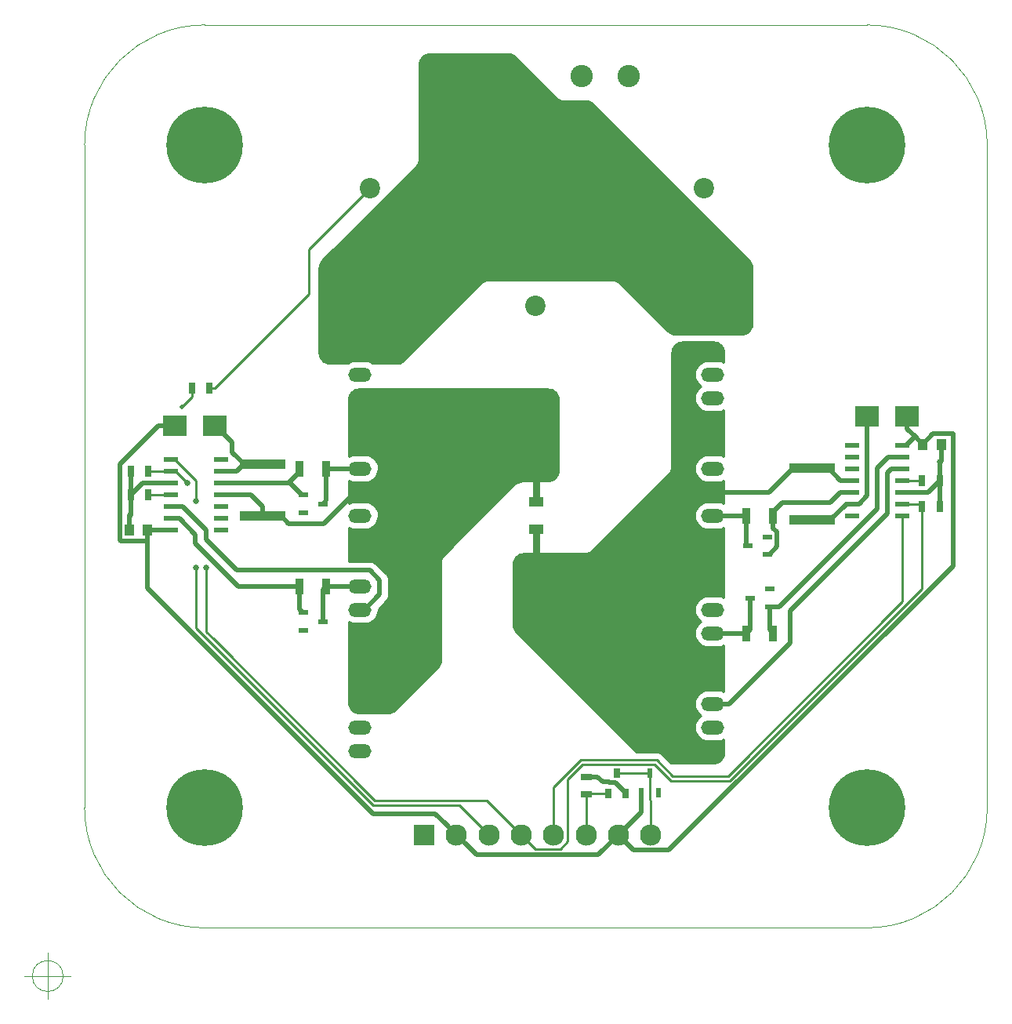
<source format=gbr>
G04 #@! TF.FileFunction,Copper,L1,Top,Signal*
%FSLAX46Y46*%
G04 Gerber Fmt 4.6, Leading zero omitted, Abs format (unit mm)*
G04 Created by KiCad (PCBNEW 0.201502111101+5414~21~ubuntu14.04.1-product) date Fri 13 Feb 2015 01:12:51 AM CST*
%MOMM*%
G01*
G04 APERTURE LIST*
%ADD10C,0.100000*%
%ADD11R,0.700000X1.300000*%
%ADD12R,2.499360X2.301240*%
%ADD13C,8.255000*%
%ADD14R,1.600000X1.000000*%
%ADD15R,1.000000X1.250000*%
%ADD16R,5.000000X1.000000*%
%ADD17O,2.499360X1.501140*%
%ADD18R,1.000760X0.599440*%
%ADD19C,2.413000*%
%ADD20R,0.900000X1.700000*%
%ADD21R,1.500000X0.600000*%
%ADD22R,0.800100X1.000760*%
%ADD23R,1.300000X0.700000*%
%ADD24R,2.300000X2.300000*%
%ADD25C,2.300000*%
%ADD26R,0.599440X1.000760*%
%ADD27R,2.200000X2.200000*%
%ADD28C,2.200000*%
%ADD29C,1.143000*%
%ADD30C,0.508000*%
%ADD31C,0.635000*%
%ADD32C,0.254000*%
%ADD33C,0.508000*%
%ADD34C,1.270000*%
%ADD35C,0.762000*%
G04 APERTURE END LIST*
D10*
X34686666Y-139700000D02*
G75*
G03X34686666Y-139700000I-1666666J0D01*
G01*
X30520000Y-139700000D02*
X35520000Y-139700000D01*
X33020000Y-137200000D02*
X33020000Y-142200000D01*
X121500000Y-134500000D02*
X50000000Y-134500000D01*
X134500000Y-50000000D02*
X134500000Y-121500000D01*
X50000000Y-37000000D02*
X121500000Y-37000000D01*
X37000000Y-121500000D02*
X37000000Y-50000000D01*
X121500000Y-134500000D02*
G75*
G03X134500000Y-121500000I0J13000000D01*
G01*
X134500000Y-50000000D02*
G75*
G03X121500000Y-37000000I-13000000J0D01*
G01*
X50000000Y-37000000D02*
G75*
G03X37000000Y-50000000I0J-13000000D01*
G01*
X37000000Y-121500000D02*
G75*
G03X50000000Y-134500000I13000000J0D01*
G01*
D11*
X41976000Y-87757000D03*
X43876000Y-87757000D03*
X127447000Y-89027000D03*
X129347000Y-89027000D03*
D12*
X125846840Y-79248000D03*
X121549160Y-79248000D03*
D13*
X50000000Y-50000000D03*
D14*
X85750000Y-91480000D03*
X85750000Y-88480000D03*
D15*
X41799000Y-91567000D03*
X43799000Y-91567000D03*
D16*
X56261000Y-90049000D03*
X56261000Y-84449000D03*
X115570000Y-90430000D03*
X115570000Y-84830000D03*
D15*
X127524000Y-82296000D03*
X129524000Y-82296000D03*
D17*
X66750000Y-74740000D03*
X66750000Y-72200000D03*
X66750000Y-77280000D03*
X66750000Y-112840000D03*
X66750000Y-110300000D03*
X66750000Y-115380000D03*
X104850000Y-74740000D03*
X104850000Y-77280000D03*
X104850000Y-72200000D03*
X104850000Y-112840000D03*
X104850000Y-115380000D03*
X104850000Y-110300000D03*
D18*
X60613360Y-87757500D03*
X62726640Y-88710000D03*
X60613360Y-89662500D03*
X60613360Y-100457500D03*
X62726640Y-101410000D03*
X60613360Y-102362500D03*
X110784640Y-94170500D03*
X108671360Y-93218000D03*
X110784640Y-92265500D03*
X110986640Y-99822500D03*
X108873360Y-98870000D03*
X110986640Y-97917500D03*
D12*
X46746160Y-80264000D03*
X51043840Y-80264000D03*
D13*
X50000000Y-121500000D03*
X121500000Y-50000000D03*
X121500000Y-121500000D03*
D19*
X75710000Y-42500000D03*
X80790000Y-42500000D03*
X95790000Y-42500000D03*
X90710000Y-42500000D03*
X85750400Y-83630000D03*
X85750400Y-78550000D03*
X85750400Y-101410000D03*
X85750400Y-96330000D03*
D17*
X66750000Y-87440000D03*
X66750000Y-84900000D03*
X66750000Y-89980000D03*
X66750000Y-100140000D03*
X66750000Y-97600000D03*
X66750000Y-102680000D03*
X104850000Y-87440000D03*
X104850000Y-89980000D03*
X104850000Y-84900000D03*
X104850000Y-100140000D03*
X104850000Y-102680000D03*
X104850000Y-97600000D03*
D20*
X63120000Y-84900000D03*
X60220000Y-84900000D03*
X63120000Y-97600000D03*
X60220000Y-97600000D03*
X111380000Y-89980000D03*
X108480000Y-89980000D03*
X111380000Y-102680000D03*
X108480000Y-102680000D03*
D11*
X43876000Y-85217000D03*
X41976000Y-85217000D03*
X48580000Y-76200000D03*
X50480000Y-76200000D03*
X127447000Y-86233000D03*
X129347000Y-86233000D03*
D21*
X46322000Y-83947000D03*
X46322000Y-85217000D03*
X46322000Y-86487000D03*
X46322000Y-87757000D03*
X46322000Y-89027000D03*
X46322000Y-90297000D03*
X46322000Y-91567000D03*
X51722000Y-91567000D03*
X51722000Y-90297000D03*
X51722000Y-89027000D03*
X51722000Y-87757000D03*
X51722000Y-86487000D03*
X51722000Y-85217000D03*
X51722000Y-83947000D03*
X125330000Y-89980000D03*
X125330000Y-88710000D03*
X125330000Y-87440000D03*
X125330000Y-86170000D03*
X125330000Y-84900000D03*
X125330000Y-83630000D03*
X125330000Y-82360000D03*
X119930000Y-82360000D03*
X119930000Y-83630000D03*
X119930000Y-84900000D03*
X119930000Y-86170000D03*
X119930000Y-87440000D03*
X119930000Y-88710000D03*
X119930000Y-89980000D03*
D22*
X94488000Y-117772180D03*
X95440500Y-119971820D03*
X93535500Y-119971820D03*
D23*
X91186000Y-120076000D03*
X91186000Y-118176000D03*
D24*
X73660000Y-124460000D03*
D25*
X77160000Y-124460000D03*
X80660000Y-124460000D03*
X84160000Y-124460000D03*
X87660000Y-124460000D03*
X91160000Y-124460000D03*
X94660000Y-124460000D03*
X98160000Y-124460000D03*
D26*
X97091500Y-119928640D03*
X98044000Y-117815360D03*
X98996500Y-119928640D03*
D27*
X67818000Y-62230000D03*
D28*
X67818000Y-54610000D03*
D27*
X85704000Y-59690000D03*
D28*
X85704000Y-67310000D03*
D27*
X103886000Y-62230000D03*
D28*
X103886000Y-54610000D03*
D29*
X63500000Y-67310000D03*
X63500000Y-69850000D03*
X63500000Y-72390000D03*
X66675000Y-69850000D03*
X66675000Y-67310000D03*
X69850000Y-67310000D03*
X69850000Y-69850000D03*
X69850000Y-72390000D03*
X107950000Y-69215000D03*
X104775000Y-69215000D03*
X101600000Y-69215000D03*
X101600000Y-66675000D03*
X104775000Y-66675000D03*
X107950000Y-66675000D03*
X107950000Y-64135000D03*
X101600000Y-64135000D03*
D30*
X92964000Y-118745000D03*
D31*
X129413000Y-84201000D03*
X41910000Y-89916000D03*
D30*
X47498000Y-78232000D03*
D31*
X48133000Y-86487000D03*
X50165000Y-95631000D03*
X49022000Y-88392000D03*
X49022000Y-95631000D03*
D32*
X85704000Y-59690000D02*
X102700000Y-59690000D01*
X102700000Y-59690000D02*
X103886000Y-60876000D01*
X103886000Y-60876000D02*
X103886000Y-62230000D01*
X67818000Y-62230000D02*
X84518000Y-62230000D01*
X84518000Y-62230000D02*
X85704000Y-61044000D01*
X85704000Y-61044000D02*
X85704000Y-59690000D01*
X84396000Y-57785000D02*
X85750000Y-57785000D01*
X85750000Y-57785000D02*
X102920800Y-57785000D01*
D33*
X63500000Y-69850000D02*
X63500000Y-67310000D01*
X66675000Y-69850000D02*
X66040000Y-69850000D01*
X66040000Y-69850000D02*
X63500000Y-72390000D01*
X69850000Y-67310000D02*
X66675000Y-67310000D01*
X69850000Y-72390000D02*
X69850000Y-69850000D01*
D34*
X107950000Y-69850000D02*
X104775000Y-69850000D01*
X101600000Y-69850000D02*
X101600000Y-67310000D01*
X104775000Y-67310000D02*
X107950000Y-67310000D01*
X107950000Y-64770000D02*
X104775000Y-64770000D01*
D32*
X69850000Y-59055000D02*
X68580000Y-57785000D01*
X69850000Y-67310000D02*
X69850000Y-59055000D01*
X75710000Y-44206248D02*
X75710000Y-42500000D01*
X69934000Y-57785000D02*
X75710000Y-52009000D01*
X75710000Y-52009000D02*
X75710000Y-44206248D01*
X68580000Y-57785000D02*
X69934000Y-57785000D01*
X75710000Y-42500000D02*
X80790000Y-42500000D01*
X80790000Y-54179000D02*
X84396000Y-57785000D01*
X80790000Y-42500000D02*
X80790000Y-54179000D01*
X102920800Y-62814200D02*
X102171499Y-63563501D01*
X102171499Y-63563501D02*
X101600000Y-64135000D01*
X102920800Y-57785000D02*
X102920800Y-62814200D01*
X61194741Y-66089259D02*
X61194741Y-61233259D01*
X61194741Y-61233259D02*
X67818000Y-54610000D01*
D35*
X66750000Y-115380000D02*
X67249110Y-115380000D01*
D33*
X124142000Y-84900000D02*
X125330000Y-84900000D01*
X123716399Y-85325601D02*
X124142000Y-84900000D01*
X104850000Y-110300000D02*
X106607680Y-110300000D01*
X113175168Y-100292985D02*
X123716399Y-89751754D01*
X113175168Y-103732512D02*
X113175168Y-100292985D01*
X123716399Y-89751754D02*
X123716399Y-85325601D01*
X106607680Y-110300000D02*
X113175168Y-103732512D01*
X67249110Y-100140000D02*
X66750000Y-100140000D01*
X68863290Y-98525820D02*
X67249110Y-100140000D01*
X68863290Y-96931385D02*
X68863290Y-98525820D01*
X67818304Y-95886399D02*
X68863290Y-96931385D01*
X53436917Y-95886399D02*
X67818304Y-95886399D01*
X50108399Y-92557881D02*
X53436917Y-95886399D01*
X50108399Y-91555399D02*
X50108399Y-92557881D01*
X46322000Y-89027000D02*
X47580000Y-89027000D01*
X47580000Y-89027000D02*
X50108399Y-91555399D01*
D32*
X50480000Y-76200000D02*
X51084000Y-76200000D01*
X51084000Y-76200000D02*
X61194741Y-66089259D01*
D35*
X85750000Y-91480000D02*
X85750000Y-96329600D01*
X85750000Y-96329600D02*
X85750400Y-96330000D01*
D33*
X104850000Y-87440000D02*
X110960000Y-87440000D01*
X110960000Y-87440000D02*
X113570000Y-84830000D01*
X113570000Y-84830000D02*
X115570000Y-84830000D01*
X118672000Y-86170000D02*
X119930000Y-86170000D01*
X117332000Y-84830000D02*
X118672000Y-86170000D01*
X115570000Y-84830000D02*
X117332000Y-84830000D01*
D34*
X102680000Y-87440000D02*
X104850000Y-87440000D01*
X101155000Y-87440000D02*
X104850000Y-87440000D01*
X100965000Y-87630000D02*
X101155000Y-87440000D01*
D35*
X85750000Y-88480000D02*
X85750000Y-83630400D01*
X85750000Y-83630400D02*
X85750400Y-83630000D01*
D33*
X56261000Y-89041000D02*
X56261000Y-90049000D01*
X54977000Y-87757000D02*
X56261000Y-89041000D01*
X51722000Y-87757000D02*
X54977000Y-87757000D01*
X66250890Y-87440000D02*
X66750000Y-87440000D01*
X62865069Y-90825821D02*
X66250890Y-87440000D01*
X59037821Y-90825821D02*
X62865069Y-90825821D01*
X58261000Y-90049000D02*
X59037821Y-90825821D01*
X56261000Y-90049000D02*
X58261000Y-90049000D01*
X92964000Y-118745000D02*
X93645988Y-118745000D01*
X94349571Y-118780561D02*
X95440500Y-119871490D01*
X93645988Y-118745000D02*
X93681549Y-118780561D01*
X93681549Y-118780561D02*
X94349571Y-118780561D01*
X95440500Y-119871490D02*
X95440500Y-119971820D01*
X91186000Y-118176000D02*
X92395000Y-118176000D01*
X92395000Y-118176000D02*
X92964000Y-118745000D01*
D32*
X91186000Y-118176000D02*
X91486000Y-118176000D01*
D33*
X129524000Y-84090000D02*
X129413000Y-84201000D01*
X129524000Y-82296000D02*
X129524000Y-84090000D01*
X129347000Y-84267000D02*
X129413000Y-84201000D01*
X129347000Y-86233000D02*
X129347000Y-84267000D01*
X128140000Y-87440000D02*
X129347000Y-86233000D01*
X125330000Y-87440000D02*
X128140000Y-87440000D01*
X129347000Y-89027000D02*
X129347000Y-86233000D01*
X41799000Y-90027000D02*
X41910000Y-89916000D01*
X41799000Y-91567000D02*
X41799000Y-90027000D01*
X41976000Y-89850000D02*
X41910000Y-89916000D01*
X41976000Y-87757000D02*
X41976000Y-89850000D01*
X41976000Y-85217000D02*
X41976000Y-87757000D01*
X43246000Y-86487000D02*
X41976000Y-87757000D01*
X46322000Y-86487000D02*
X43246000Y-86487000D01*
D32*
X48580000Y-77150000D02*
X47498000Y-78232000D01*
X48580000Y-76200000D02*
X48580000Y-77150000D01*
D33*
X94660000Y-124460000D02*
X97091500Y-122028500D01*
X97091500Y-122028500D02*
X97091500Y-119928640D01*
X43799000Y-91567000D02*
X43799000Y-92600566D01*
X43799000Y-92600566D02*
X43799000Y-97796011D01*
X46746160Y-80264000D02*
X44988480Y-80264000D01*
X44988480Y-80264000D02*
X40790999Y-84461481D01*
X40790999Y-92598401D02*
X40892599Y-92700001D01*
X40892599Y-92700001D02*
X43699565Y-92700001D01*
X40790999Y-84461481D02*
X40790999Y-92598401D01*
X43699565Y-92700001D02*
X43799000Y-92600566D01*
X76010001Y-123310001D02*
X77160000Y-124460000D01*
X43799000Y-97796011D02*
X68176989Y-122174000D01*
X68176989Y-122174000D02*
X74874000Y-122174000D01*
X74874000Y-122174000D02*
X76010001Y-123310001D01*
X125846840Y-79248000D02*
X125846840Y-80618840D01*
X126641130Y-81498870D02*
X126726870Y-81498870D01*
X125780000Y-82360000D02*
X126641130Y-81498870D01*
X125330000Y-82360000D02*
X125780000Y-82360000D01*
X126726870Y-81498870D02*
X127524000Y-82296000D01*
X125846840Y-80618840D02*
X126726870Y-81498870D01*
X92493989Y-126626011D02*
X79326011Y-126626011D01*
X94660000Y-124460000D02*
X92493989Y-126626011D01*
X79326011Y-126626011D02*
X78309999Y-125609999D01*
X78309999Y-125609999D02*
X77160000Y-124460000D01*
X128657001Y-81162999D02*
X127524000Y-82296000D01*
X130822401Y-81162999D02*
X128657001Y-81162999D01*
X130822401Y-95403709D02*
X130822401Y-81162999D01*
X100108109Y-126118001D02*
X130822401Y-95403709D01*
X96318001Y-126118001D02*
X100108109Y-126118001D01*
X94660000Y-124460000D02*
X96318001Y-126118001D01*
X43799000Y-91567000D02*
X46322000Y-91567000D01*
X56261000Y-84449000D02*
X54235000Y-84449000D01*
X53467000Y-85217000D02*
X51722000Y-85217000D01*
X54235000Y-84449000D02*
X53467000Y-85217000D01*
X51142900Y-80264000D02*
X52920900Y-82042000D01*
X51043840Y-80264000D02*
X51142900Y-80264000D01*
X52920900Y-82042000D02*
X52920900Y-83146900D01*
X54261000Y-84449000D02*
X56261000Y-84449000D01*
X52958900Y-83146900D02*
X54261000Y-84449000D01*
X52920900Y-83146900D02*
X52958900Y-83146900D01*
X120624402Y-88710000D02*
X119930000Y-88710000D01*
X121543601Y-87790801D02*
X120624402Y-88710000D01*
X121549160Y-80906620D02*
X121549160Y-79248000D01*
X121543601Y-80912179D02*
X121549160Y-80906620D01*
X121543601Y-87790801D02*
X121543601Y-80912179D01*
X119290000Y-88710000D02*
X119930000Y-88710000D01*
X117570000Y-90430000D02*
X119290000Y-88710000D01*
X115570000Y-90430000D02*
X117570000Y-90430000D01*
X60412700Y-87757500D02*
X60613360Y-87757500D01*
X60220000Y-85300000D02*
X60220000Y-84900000D01*
X51722000Y-86487000D02*
X59033000Y-86487000D01*
X59033000Y-86487000D02*
X60220000Y-85300000D01*
X60613360Y-87757500D02*
X60452500Y-87757500D01*
X59182000Y-86487000D02*
X59033000Y-86487000D01*
X60452500Y-87757500D02*
X59182000Y-86487000D01*
X66750000Y-84900000D02*
X63120000Y-84900000D01*
X63120000Y-88316640D02*
X62726640Y-88710000D01*
X63120000Y-84900000D02*
X63120000Y-88316640D01*
X60220000Y-100064140D02*
X60613360Y-100457500D01*
X60220000Y-97600000D02*
X60220000Y-100064140D01*
X48990789Y-93020810D02*
X53569979Y-97600000D01*
X46322000Y-90297000D02*
X47269462Y-90297000D01*
X48990789Y-92018327D02*
X48990789Y-93020810D01*
X59262000Y-97600000D02*
X60220000Y-97600000D01*
X47269462Y-90297000D02*
X48990789Y-92018327D01*
X53569979Y-97600000D02*
X59262000Y-97600000D01*
X62726640Y-97993360D02*
X63120000Y-97600000D01*
X62726640Y-101410000D02*
X62726640Y-97993360D01*
X63120000Y-97600000D02*
X66750000Y-97600000D01*
X111380000Y-89980000D02*
X111380000Y-91338000D01*
X111380000Y-91338000D02*
X111793021Y-91751021D01*
X111793021Y-91751021D02*
X111793020Y-93362780D01*
X111793020Y-93362780D02*
X110985300Y-94170500D01*
X110985300Y-94170500D02*
X110784640Y-94170500D01*
X118672000Y-87440000D02*
X119930000Y-87440000D01*
X111380000Y-89980000D02*
X111380000Y-89580000D01*
X111380000Y-89580000D02*
X112338000Y-88622000D01*
X112338000Y-88622000D02*
X117490000Y-88622000D01*
X117490000Y-88622000D02*
X118672000Y-87440000D01*
X108480000Y-89980000D02*
X108480000Y-93026640D01*
X108480000Y-93026640D02*
X108671360Y-93218000D01*
X104850000Y-89980000D02*
X108480000Y-89980000D01*
X110986640Y-102286640D02*
X111380000Y-102680000D01*
X110986640Y-99822500D02*
X110986640Y-102286640D01*
X122598789Y-89218731D02*
X122598789Y-84862672D01*
X110986640Y-99822500D02*
X111995020Y-99822500D01*
X111995020Y-99822500D02*
X122598789Y-89218731D01*
X122598789Y-84862672D02*
X123831461Y-83630000D01*
X124072000Y-83630000D02*
X125330000Y-83630000D01*
X123831461Y-83630000D02*
X124072000Y-83630000D01*
X108873360Y-102286640D02*
X108480000Y-102680000D01*
X108873360Y-98870000D02*
X108873360Y-102286640D01*
X108480000Y-102680000D02*
X104850000Y-102680000D01*
D32*
X84160000Y-124460000D02*
X85691001Y-125991001D01*
X90785399Y-116890799D02*
X98605341Y-116890799D01*
X85691001Y-125991001D02*
X88394881Y-125991001D01*
X88394881Y-125991001D02*
X89191001Y-125194881D01*
X89191001Y-125194881D02*
X89191001Y-118485197D01*
X100332551Y-118618009D02*
X106710063Y-118618009D01*
X89191001Y-118485197D02*
X90785399Y-116890799D01*
X98605341Y-116890799D02*
X100332551Y-118618009D01*
X106710063Y-118618009D02*
X127447000Y-97881072D01*
X127447000Y-97881072D02*
X127447000Y-89027000D01*
X50165000Y-101397300D02*
X50165000Y-102545539D01*
X50165000Y-102545539D02*
X50973133Y-103353672D01*
X50165000Y-95631000D02*
X50165000Y-101273376D01*
X50165000Y-101397300D02*
X50165000Y-101273376D01*
X83010001Y-123310001D02*
X84160000Y-124460000D01*
X80451610Y-120751610D02*
X83010001Y-123310001D01*
X50973133Y-103353672D02*
X68371071Y-120751610D01*
X68371071Y-120751610D02*
X80451610Y-120751610D01*
X127130000Y-88710000D02*
X127447000Y-89027000D01*
X125330000Y-88710000D02*
X127130000Y-88710000D01*
X43876000Y-85217000D02*
X46322000Y-85217000D01*
X46863000Y-85217000D02*
X48133000Y-86487000D01*
X46322000Y-85217000D02*
X46863000Y-85217000D01*
X87660000Y-124460000D02*
X87660000Y-119297764D01*
X100542976Y-118110000D02*
X106499638Y-118110000D01*
X87660000Y-119297764D02*
X90598594Y-116359170D01*
X90598594Y-116359170D02*
X98792146Y-116359170D01*
X98792146Y-116359170D02*
X100542976Y-118110000D01*
X106499638Y-118110000D02*
X125330000Y-99279638D01*
X125330000Y-99279638D02*
X125330000Y-89980000D01*
X49022000Y-95631000D02*
X49022000Y-102120972D01*
X68193762Y-121292734D02*
X69615056Y-121292734D01*
X49022000Y-102120972D02*
X68193762Y-121292734D01*
X80660000Y-124460000D02*
X77492734Y-121292734D01*
X49022000Y-86197000D02*
X49022000Y-88392000D01*
X46772000Y-83947000D02*
X49022000Y-86197000D01*
X46322000Y-83947000D02*
X46772000Y-83947000D01*
X69615056Y-121292734D02*
X69327723Y-121292734D01*
X77492734Y-121292734D02*
X69615056Y-121292734D01*
X43876000Y-87757000D02*
X46322000Y-87757000D01*
X127384000Y-86170000D02*
X127447000Y-86233000D01*
X125330000Y-86170000D02*
X127384000Y-86170000D01*
X91160000Y-120102000D02*
X91186000Y-120076000D01*
X91160000Y-124460000D02*
X91160000Y-120102000D01*
X91290180Y-119971820D02*
X91186000Y-120076000D01*
X93535500Y-119971820D02*
X91290180Y-119971820D01*
X94488000Y-117772180D02*
X98000820Y-117772180D01*
X98000820Y-117772180D02*
X98044000Y-117815360D01*
X98160000Y-124460000D02*
X98160000Y-120790130D01*
X98160000Y-120790130D02*
X98044000Y-120674130D01*
X98044000Y-120674130D02*
X98044000Y-117815360D01*
X66681239Y-76327000D02*
X86988761Y-76327000D01*
X66028070Y-76530200D02*
X87641931Y-76530200D01*
X65808789Y-76733400D02*
X87861212Y-76733400D01*
X65671009Y-76936600D02*
X87998992Y-76936600D01*
X65587124Y-77139800D02*
X88082877Y-77139800D01*
X65545123Y-77343000D02*
X88124878Y-77343000D01*
X65532000Y-77546200D02*
X88138000Y-77546200D01*
X65532000Y-77749400D02*
X88138000Y-77749400D01*
X65532000Y-77952600D02*
X88138000Y-77952600D01*
X65532000Y-78155800D02*
X88138000Y-78155800D01*
X65532000Y-78359000D02*
X88138000Y-78359000D01*
X65532000Y-78562200D02*
X88138000Y-78562200D01*
X65532000Y-78765400D02*
X88138000Y-78765400D01*
X65532000Y-78968600D02*
X88138000Y-78968600D01*
X65532000Y-79171800D02*
X88138000Y-79171800D01*
X65532000Y-79375000D02*
X88138000Y-79375000D01*
X65532000Y-79578200D02*
X88138000Y-79578200D01*
X65532000Y-79781400D02*
X88138000Y-79781400D01*
X65532000Y-79984600D02*
X88138000Y-79984600D01*
X65532000Y-80187800D02*
X88138000Y-80187800D01*
X65532000Y-80391000D02*
X88138000Y-80391000D01*
X65532000Y-80594200D02*
X88138000Y-80594200D01*
X65532000Y-80797400D02*
X88138000Y-80797400D01*
X65532000Y-81000600D02*
X88138000Y-81000600D01*
X65532000Y-81203800D02*
X88138000Y-81203800D01*
X65532000Y-81407000D02*
X88138000Y-81407000D01*
X65532000Y-81610200D02*
X88138000Y-81610200D01*
X65532000Y-81813400D02*
X88138000Y-81813400D01*
X65532000Y-82016600D02*
X88138000Y-82016600D01*
X65532000Y-82219800D02*
X88138000Y-82219800D01*
X65532000Y-82423000D02*
X88138000Y-82423000D01*
X65532000Y-82626200D02*
X88138000Y-82626200D01*
X65532000Y-82829400D02*
X88138000Y-82829400D01*
X65532000Y-83032600D02*
X88138000Y-83032600D01*
X65532000Y-83235800D02*
X88138000Y-83235800D01*
X65532000Y-83439000D02*
X65974376Y-83439000D01*
X67511505Y-83439000D02*
X88138000Y-83439000D01*
X68043051Y-83642200D02*
X88138000Y-83642200D01*
X68304480Y-83845400D02*
X88138000Y-83845400D01*
X68473318Y-84048600D02*
X88138000Y-84048600D01*
X68589977Y-84251800D02*
X88138000Y-84251800D01*
X68670594Y-84455000D02*
X88138000Y-84455000D01*
X68722904Y-84658200D02*
X88138000Y-84658200D01*
X68741397Y-84861400D02*
X88138000Y-84861400D01*
X68729646Y-85064600D02*
X88138000Y-85064600D01*
X68694231Y-85267800D02*
X88119873Y-85267800D01*
X68631330Y-85471000D02*
X88067466Y-85471000D01*
X68522686Y-85674200D02*
X87971837Y-85674200D01*
X68371037Y-85877400D02*
X87819521Y-85877400D01*
X68152940Y-86080600D02*
X87553453Y-86080600D01*
X65532000Y-86283800D02*
X65708662Y-86283800D01*
X67796148Y-86283800D02*
X83992430Y-86283800D01*
X65532000Y-86487000D02*
X83546336Y-86487000D01*
X65532000Y-86690200D02*
X83310195Y-86690200D01*
X65532000Y-86893400D02*
X83106995Y-86893400D01*
X65532000Y-87096600D02*
X82903795Y-87096600D01*
X65532000Y-87299800D02*
X82700595Y-87299800D01*
X65532000Y-87503000D02*
X82497395Y-87503000D01*
X65532000Y-87706200D02*
X82294195Y-87706200D01*
X65532000Y-87909400D02*
X82090995Y-87909400D01*
X65532000Y-88112600D02*
X81887795Y-88112600D01*
X65532000Y-88315800D02*
X81684595Y-88315800D01*
X65532000Y-88519000D02*
X65974376Y-88519000D01*
X67511505Y-88519000D02*
X81481395Y-88519000D01*
X68043051Y-88722200D02*
X81278195Y-88722200D01*
X68304480Y-88925400D02*
X81074995Y-88925400D01*
X68473318Y-89128600D02*
X80871795Y-89128600D01*
X68589977Y-89331800D02*
X80668595Y-89331800D01*
X68670594Y-89535000D02*
X80465395Y-89535000D01*
X68722904Y-89738200D02*
X80262195Y-89738200D01*
X68741397Y-89941400D02*
X80058995Y-89941400D01*
X68729646Y-90144600D02*
X79855795Y-90144600D01*
X68694231Y-90347800D02*
X79652595Y-90347800D01*
X68631330Y-90551000D02*
X79449395Y-90551000D01*
X68522686Y-90754200D02*
X79246195Y-90754200D01*
X68371037Y-90957400D02*
X79042995Y-90957400D01*
X68152940Y-91160600D02*
X78839795Y-91160600D01*
X65532000Y-91363800D02*
X65708662Y-91363800D01*
X67796148Y-91363800D02*
X78636595Y-91363800D01*
X65532000Y-91567000D02*
X78433395Y-91567000D01*
X65532000Y-91770200D02*
X78230195Y-91770200D01*
X65532000Y-91973400D02*
X78026995Y-91973400D01*
X65532000Y-92176600D02*
X77823795Y-92176600D01*
X65532000Y-92379800D02*
X77620595Y-92379800D01*
X65532000Y-92583000D02*
X77417395Y-92583000D01*
X65532000Y-92786200D02*
X77214195Y-92786200D01*
X65532000Y-92989400D02*
X77010995Y-92989400D01*
X65532000Y-93192600D02*
X76807795Y-93192600D01*
X65532000Y-93395800D02*
X76604595Y-93395800D01*
X65532000Y-93599000D02*
X76401395Y-93599000D01*
X65532000Y-93802200D02*
X76198195Y-93802200D01*
X65532000Y-94005400D02*
X75994995Y-94005400D01*
X65532000Y-94208600D02*
X75800934Y-94208600D01*
X65532000Y-94411800D02*
X75647685Y-94411800D01*
X65532000Y-94615000D02*
X75541105Y-94615000D01*
X65532000Y-94818200D02*
X75479466Y-94818200D01*
X68291364Y-95021400D02*
X75449170Y-95021400D01*
X68557425Y-95224600D02*
X75438000Y-95224600D01*
X68760625Y-95427800D02*
X75438000Y-95427800D01*
X68963825Y-95631000D02*
X75438000Y-95631000D01*
X69167025Y-95834200D02*
X75438000Y-95834200D01*
X69370225Y-96037400D02*
X75438000Y-96037400D01*
X69573290Y-96240600D02*
X75438000Y-96240600D01*
X69720997Y-96443800D02*
X75438000Y-96443800D01*
X69807304Y-96647000D02*
X75438000Y-96647000D01*
X69845929Y-96850200D02*
X75438000Y-96850200D01*
X69853890Y-97053400D02*
X75438000Y-97053400D01*
X69853890Y-97256600D02*
X75438000Y-97256600D01*
X69853890Y-97459800D02*
X75438000Y-97459800D01*
X69853890Y-97663000D02*
X75438000Y-97663000D01*
X69853890Y-97866200D02*
X75438000Y-97866200D01*
X69853890Y-98069400D02*
X75438000Y-98069400D01*
X69853890Y-98272600D02*
X75438000Y-98272600D01*
X69853890Y-98475800D02*
X75438000Y-98475800D01*
X69838676Y-98679000D02*
X75438000Y-98679000D01*
X69785252Y-98882200D02*
X75438000Y-98882200D01*
X69680689Y-99085400D02*
X75438000Y-99085400D01*
X69501430Y-99288600D02*
X75438000Y-99288600D01*
X69298230Y-99491800D02*
X75438000Y-99491800D01*
X69095030Y-99695000D02*
X75438000Y-99695000D01*
X68891830Y-99898200D02*
X75438000Y-99898200D01*
X68741396Y-100101400D02*
X75438000Y-100101400D01*
X68729646Y-100304600D02*
X75438000Y-100304600D01*
X68694231Y-100507800D02*
X75438000Y-100507800D01*
X68631330Y-100711000D02*
X75438000Y-100711000D01*
X68522686Y-100914200D02*
X75438000Y-100914200D01*
X68371037Y-101117400D02*
X75438000Y-101117400D01*
X68152940Y-101320600D02*
X75438000Y-101320600D01*
X65532000Y-101523800D02*
X65708662Y-101523800D01*
X67796148Y-101523800D02*
X75438000Y-101523800D01*
X65532000Y-101727000D02*
X75438000Y-101727000D01*
X65532000Y-101930200D02*
X75438000Y-101930200D01*
X65532000Y-102133400D02*
X75438000Y-102133400D01*
X65532000Y-102336600D02*
X75438000Y-102336600D01*
X65532000Y-102539800D02*
X75438000Y-102539800D01*
X65532000Y-102743000D02*
X75438000Y-102743000D01*
X65532000Y-102946200D02*
X75438000Y-102946200D01*
X65532000Y-103149400D02*
X75438000Y-103149400D01*
X65532000Y-103352600D02*
X75438000Y-103352600D01*
X65532000Y-103555800D02*
X75438000Y-103555800D01*
X65532000Y-103759000D02*
X75438000Y-103759000D01*
X65532000Y-103962200D02*
X75438000Y-103962200D01*
X65532000Y-104165400D02*
X75438000Y-104165400D01*
X65532000Y-104368600D02*
X75438000Y-104368600D01*
X65532000Y-104571800D02*
X75438000Y-104571800D01*
X65532000Y-104775000D02*
X75438000Y-104775000D01*
X65532000Y-104978200D02*
X75438000Y-104978200D01*
X65532000Y-105181400D02*
X75438000Y-105181400D01*
X65532000Y-105384600D02*
X75438000Y-105384600D01*
X65532000Y-105587800D02*
X75430604Y-105587800D01*
X65532000Y-105791000D02*
X75400515Y-105791000D01*
X65532000Y-105994200D02*
X75330073Y-105994200D01*
X65532000Y-106197400D02*
X75208932Y-106197400D01*
X65532000Y-106400600D02*
X75029795Y-106400600D01*
X65532000Y-106603800D02*
X74826595Y-106603800D01*
X65532000Y-106807000D02*
X74623395Y-106807000D01*
X65532000Y-107010200D02*
X74420195Y-107010200D01*
X65532000Y-107213400D02*
X74216995Y-107213400D01*
X65532000Y-107416600D02*
X74013795Y-107416600D01*
X65532000Y-107619800D02*
X73810595Y-107619800D01*
X65532000Y-107823000D02*
X73607395Y-107823000D01*
X65532000Y-108026200D02*
X73404195Y-108026200D01*
X65532000Y-108229400D02*
X73200995Y-108229400D01*
X65532000Y-108432600D02*
X72997795Y-108432600D01*
X65532000Y-108635800D02*
X72794595Y-108635800D01*
X65532000Y-108839000D02*
X72591395Y-108839000D01*
X65532000Y-109042200D02*
X72388195Y-109042200D01*
X65532000Y-109245400D02*
X72184995Y-109245400D01*
X65532000Y-109448600D02*
X71981795Y-109448600D01*
X65532000Y-109651800D02*
X71778595Y-109651800D01*
X65532000Y-109855000D02*
X71575395Y-109855000D01*
X65532000Y-110058200D02*
X71372195Y-110058200D01*
X65547624Y-110261400D02*
X71168995Y-110261400D01*
X65594828Y-110464600D02*
X70965795Y-110464600D01*
X65684585Y-110667800D02*
X70762595Y-110667800D01*
X65829633Y-110871000D02*
X70559395Y-110871000D01*
X66069027Y-111074200D02*
X70310921Y-111074200D01*
X88138000Y-85083761D02*
X88115435Y-85312869D01*
X88050427Y-85527172D01*
X87944858Y-85724675D01*
X87802789Y-85897789D01*
X87629675Y-86039858D01*
X87432172Y-86145427D01*
X87217869Y-86210435D01*
X86988761Y-86233000D01*
X84339812Y-86233000D01*
X84073391Y-86259241D01*
X83811207Y-86338773D01*
X83569578Y-86467926D01*
X83362635Y-86637760D01*
X75842760Y-94157635D01*
X75672926Y-94364578D01*
X75543773Y-94606207D01*
X75464241Y-94868391D01*
X75438000Y-95134812D01*
X75438000Y-105512710D01*
X75415435Y-105741817D01*
X75350427Y-105956121D01*
X75244858Y-106153624D01*
X75098812Y-106331583D01*
X70517583Y-110912812D01*
X70339624Y-111058858D01*
X70142121Y-111164427D01*
X69927817Y-111229435D01*
X69698710Y-111252000D01*
X66681239Y-111252000D01*
X66452131Y-111229435D01*
X66237828Y-111164427D01*
X66040325Y-111058858D01*
X65867211Y-110916789D01*
X65725142Y-110743675D01*
X65619573Y-110546172D01*
X65554565Y-110331869D01*
X65532000Y-110102761D01*
X65532000Y-101439059D01*
X65655420Y-101506911D01*
X65932079Y-101594672D01*
X66220515Y-101627025D01*
X66241279Y-101627170D01*
X67258721Y-101627170D01*
X67547581Y-101598847D01*
X67825437Y-101514957D01*
X68081708Y-101378695D01*
X68306632Y-101195252D01*
X68491641Y-100971615D01*
X68629688Y-100716302D01*
X68715516Y-100439037D01*
X68745855Y-100150382D01*
X68736995Y-100053034D01*
X69563750Y-99226280D01*
X69621817Y-99155586D01*
X69680647Y-99085476D01*
X69683156Y-99080911D01*
X69686463Y-99076886D01*
X69729693Y-98996260D01*
X69773785Y-98916059D01*
X69775360Y-98911091D01*
X69777821Y-98906503D01*
X69804570Y-98819011D01*
X69832243Y-98731777D01*
X69832823Y-98726602D01*
X69834347Y-98721619D01*
X69843598Y-98630541D01*
X69853793Y-98539651D01*
X69853864Y-98529471D01*
X69853884Y-98529278D01*
X69853867Y-98529098D01*
X69853890Y-98525820D01*
X69853890Y-96931385D01*
X69844959Y-96840300D01*
X69836985Y-96749163D01*
X69835532Y-96744164D01*
X69835024Y-96738976D01*
X69808571Y-96651360D01*
X69783048Y-96563508D01*
X69780650Y-96558881D01*
X69779145Y-96553897D01*
X69736193Y-96473115D01*
X69694077Y-96391865D01*
X69690827Y-96387794D01*
X69688382Y-96383195D01*
X69630523Y-96312253D01*
X69573461Y-96240773D01*
X69566315Y-96233526D01*
X69566191Y-96233374D01*
X69566049Y-96233256D01*
X69563750Y-96230925D01*
X68518764Y-95185939D01*
X68448070Y-95127871D01*
X68377960Y-95069042D01*
X68373395Y-95066532D01*
X68369370Y-95063226D01*
X68288709Y-95019976D01*
X68208543Y-94975904D01*
X68203579Y-94974329D01*
X68198987Y-94971867D01*
X68111449Y-94945103D01*
X68024261Y-94917446D01*
X68019086Y-94916865D01*
X68014103Y-94915342D01*
X67923025Y-94906090D01*
X67832135Y-94895896D01*
X67821955Y-94895824D01*
X67821762Y-94895805D01*
X67821582Y-94895821D01*
X67818304Y-94895799D01*
X65532000Y-94895799D01*
X65532000Y-91279059D01*
X65655420Y-91346911D01*
X65932079Y-91434672D01*
X66220515Y-91467025D01*
X66241279Y-91467170D01*
X67258721Y-91467170D01*
X67547581Y-91438847D01*
X67825437Y-91354957D01*
X68081708Y-91218695D01*
X68306632Y-91035252D01*
X68491641Y-90811615D01*
X68629688Y-90556302D01*
X68715516Y-90279037D01*
X68745855Y-89990382D01*
X68719549Y-89701332D01*
X68637601Y-89422896D01*
X68503132Y-89165680D01*
X68321263Y-88939482D01*
X68098923Y-88752916D01*
X67844580Y-88613089D01*
X67567921Y-88525328D01*
X67279485Y-88492975D01*
X67258721Y-88492830D01*
X66241279Y-88492830D01*
X65952419Y-88521153D01*
X65674563Y-88605043D01*
X65532000Y-88680845D01*
X65532000Y-86199059D01*
X65655420Y-86266911D01*
X65932079Y-86354672D01*
X66220515Y-86387025D01*
X66241279Y-86387170D01*
X67258721Y-86387170D01*
X67547581Y-86358847D01*
X67825437Y-86274957D01*
X68081708Y-86138695D01*
X68306632Y-85955252D01*
X68491641Y-85731615D01*
X68629688Y-85476302D01*
X68715516Y-85199037D01*
X68745855Y-84910382D01*
X68719549Y-84621332D01*
X68637601Y-84342896D01*
X68503132Y-84085680D01*
X68321263Y-83859482D01*
X68098923Y-83672916D01*
X67844580Y-83533089D01*
X67567921Y-83445328D01*
X67279485Y-83412975D01*
X67258721Y-83412830D01*
X66241279Y-83412830D01*
X65952419Y-83441153D01*
X65674563Y-83525043D01*
X65532000Y-83600845D01*
X65532000Y-77476239D01*
X65554565Y-77247131D01*
X65619573Y-77032828D01*
X65725142Y-76835325D01*
X65867211Y-76662211D01*
X66040325Y-76520142D01*
X66237828Y-76414573D01*
X66452131Y-76349565D01*
X66681239Y-76327000D01*
X86988761Y-76327000D01*
X87217869Y-76349565D01*
X87432172Y-76414573D01*
X87629675Y-76520142D01*
X87802789Y-76662211D01*
X87944858Y-76835325D01*
X88050427Y-77032828D01*
X88115435Y-77247131D01*
X88138000Y-77476239D01*
X88138000Y-85083761D01*
X74301239Y-40132000D02*
X82653959Y-40132000D01*
X73648070Y-40335200D02*
X83305408Y-40335200D01*
X73428789Y-40538400D02*
X83538795Y-40538400D01*
X73291009Y-40741600D02*
X83741995Y-40741600D01*
X73207124Y-40944800D02*
X83945195Y-40944800D01*
X73165123Y-41148000D02*
X84148395Y-41148000D01*
X73152000Y-41351200D02*
X84351595Y-41351200D01*
X73152000Y-41554400D02*
X84554795Y-41554400D01*
X73152000Y-41757600D02*
X84757995Y-41757600D01*
X73152000Y-41960800D02*
X84961195Y-41960800D01*
X73152000Y-42164000D02*
X85164395Y-42164000D01*
X73152000Y-42367200D02*
X85367595Y-42367200D01*
X73152000Y-42570400D02*
X85570795Y-42570400D01*
X73152000Y-42773600D02*
X85773995Y-42773600D01*
X73152000Y-42976800D02*
X85977195Y-42976800D01*
X73152000Y-43180000D02*
X86180395Y-43180000D01*
X73152000Y-43383200D02*
X86383595Y-43383200D01*
X73152000Y-43586400D02*
X86586795Y-43586400D01*
X73152000Y-43789600D02*
X86789995Y-43789600D01*
X73152000Y-43992800D02*
X86993195Y-43992800D01*
X73152000Y-44196000D02*
X87196395Y-44196000D01*
X73152000Y-44399200D02*
X87399595Y-44399200D01*
X73152000Y-44602400D02*
X87602795Y-44602400D01*
X73152000Y-44805600D02*
X87805995Y-44805600D01*
X73152000Y-45008800D02*
X88072957Y-45008800D01*
X73152000Y-45212000D02*
X91035959Y-45212000D01*
X73152000Y-45415200D02*
X91687408Y-45415200D01*
X73152000Y-45618400D02*
X91920795Y-45618400D01*
X73152000Y-45821600D02*
X92123995Y-45821600D01*
X73152000Y-46024800D02*
X92327195Y-46024800D01*
X73152000Y-46228000D02*
X92530395Y-46228000D01*
X73152000Y-46431200D02*
X92733595Y-46431200D01*
X73152000Y-46634400D02*
X92936795Y-46634400D01*
X73152000Y-46837600D02*
X93139995Y-46837600D01*
X73152000Y-47040800D02*
X93343195Y-47040800D01*
X73152000Y-47244000D02*
X93546395Y-47244000D01*
X73152000Y-47447200D02*
X93749595Y-47447200D01*
X73152000Y-47650400D02*
X93952795Y-47650400D01*
X73152000Y-47853600D02*
X94155995Y-47853600D01*
X73152000Y-48056800D02*
X94359195Y-48056800D01*
X73152000Y-48260000D02*
X94562395Y-48260000D01*
X73152000Y-48463200D02*
X94765595Y-48463200D01*
X73152000Y-48666400D02*
X94968795Y-48666400D01*
X73152000Y-48869600D02*
X95171995Y-48869600D01*
X73152000Y-49072800D02*
X95375195Y-49072800D01*
X73152000Y-49276000D02*
X95578395Y-49276000D01*
X73152000Y-49479200D02*
X95781595Y-49479200D01*
X73152000Y-49682400D02*
X95984795Y-49682400D01*
X73152000Y-49885600D02*
X96187995Y-49885600D01*
X73152000Y-50088800D02*
X96391195Y-50088800D01*
X73152000Y-50292000D02*
X96594395Y-50292000D01*
X73152000Y-50495200D02*
X96797595Y-50495200D01*
X73152000Y-50698400D02*
X97000795Y-50698400D01*
X73152000Y-50901600D02*
X97203995Y-50901600D01*
X73152000Y-51104800D02*
X97407195Y-51104800D01*
X73152000Y-51308000D02*
X97610395Y-51308000D01*
X73143332Y-51511200D02*
X97813595Y-51511200D01*
X73118239Y-51714400D02*
X98016795Y-51714400D01*
X73056600Y-51917600D02*
X98219995Y-51917600D01*
X72955892Y-52120800D02*
X98423195Y-52120800D01*
X72809912Y-52324000D02*
X98626395Y-52324000D01*
X72620405Y-52527200D02*
X98829595Y-52527200D01*
X72417205Y-52730400D02*
X99032795Y-52730400D01*
X72214005Y-52933600D02*
X99235995Y-52933600D01*
X72010805Y-53136800D02*
X99439195Y-53136800D01*
X71807605Y-53340000D02*
X99642395Y-53340000D01*
X71604405Y-53543200D02*
X99845595Y-53543200D01*
X71401205Y-53746400D02*
X100048795Y-53746400D01*
X71198005Y-53949600D02*
X100251995Y-53949600D01*
X70994805Y-54152800D02*
X100455195Y-54152800D01*
X70791605Y-54356000D02*
X100658395Y-54356000D01*
X70588405Y-54559200D02*
X100861595Y-54559200D01*
X70385205Y-54762400D02*
X101064795Y-54762400D01*
X70182005Y-54965600D02*
X101267995Y-54965600D01*
X69978805Y-55168800D02*
X101471195Y-55168800D01*
X69775605Y-55372000D02*
X101674395Y-55372000D01*
X69572405Y-55575200D02*
X101877595Y-55575200D01*
X69369205Y-55778400D02*
X102080795Y-55778400D01*
X69166005Y-55981600D02*
X102283995Y-55981600D01*
X68962805Y-56184800D02*
X102487195Y-56184800D01*
X68759605Y-56388000D02*
X102690395Y-56388000D01*
X68556405Y-56591200D02*
X102893595Y-56591200D01*
X68353205Y-56794400D02*
X103096795Y-56794400D01*
X68150005Y-56997600D02*
X103299995Y-56997600D01*
X67946805Y-57200800D02*
X103503195Y-57200800D01*
X67743605Y-57404000D02*
X103706395Y-57404000D01*
X67540405Y-57607200D02*
X103909595Y-57607200D01*
X67337205Y-57810400D02*
X104112795Y-57810400D01*
X67134005Y-58013600D02*
X104315995Y-58013600D01*
X66930805Y-58216800D02*
X104519195Y-58216800D01*
X66727605Y-58420000D02*
X104722395Y-58420000D01*
X66524405Y-58623200D02*
X104925595Y-58623200D01*
X66321205Y-58826400D02*
X105128795Y-58826400D01*
X66118005Y-59029600D02*
X105331995Y-59029600D01*
X65914805Y-59232800D02*
X105535195Y-59232800D01*
X65711605Y-59436000D02*
X105738395Y-59436000D01*
X65508405Y-59639200D02*
X105941595Y-59639200D01*
X65305205Y-59842400D02*
X106144795Y-59842400D01*
X65102005Y-60045600D02*
X106347995Y-60045600D01*
X64898805Y-60248800D02*
X106551195Y-60248800D01*
X64695605Y-60452000D02*
X106754395Y-60452000D01*
X64492405Y-60655200D02*
X106957595Y-60655200D01*
X64289205Y-60858400D02*
X107160795Y-60858400D01*
X64086005Y-61061600D02*
X107363995Y-61061600D01*
X63882805Y-61264800D02*
X107567195Y-61264800D01*
X63679605Y-61468000D02*
X107770395Y-61468000D01*
X63476405Y-61671200D02*
X107973595Y-61671200D01*
X63273205Y-61874400D02*
X108176795Y-61874400D01*
X63070005Y-62077600D02*
X108379995Y-62077600D01*
X62866805Y-62280800D02*
X108583195Y-62280800D01*
X62668231Y-62484000D02*
X108780552Y-62484000D01*
X62517545Y-62687200D02*
X108930766Y-62687200D01*
X62421836Y-62890400D02*
X109024696Y-62890400D01*
X62370808Y-63093600D02*
X109075598Y-63093600D01*
X62357000Y-63296800D02*
X109093000Y-63296800D01*
X62357000Y-63500000D02*
X109093000Y-63500000D01*
X62357000Y-63703200D02*
X109093000Y-63703200D01*
X62357000Y-63906400D02*
X109093000Y-63906400D01*
X62357000Y-64109600D02*
X109093000Y-64109600D01*
X62357000Y-64312800D02*
X109093000Y-64312800D01*
X62357000Y-64516000D02*
X80658061Y-64516000D01*
X93966939Y-64516000D02*
X109093000Y-64516000D01*
X62357000Y-64719200D02*
X79944956Y-64719200D01*
X94680043Y-64719200D02*
X109093000Y-64719200D01*
X62357000Y-64922400D02*
X79677995Y-64922400D01*
X94947005Y-64922400D02*
X109093000Y-64922400D01*
X62357000Y-65125600D02*
X79474795Y-65125600D01*
X95150205Y-65125600D02*
X109093000Y-65125600D01*
X62357000Y-65328800D02*
X79271595Y-65328800D01*
X95353405Y-65328800D02*
X109093000Y-65328800D01*
X62357000Y-65532000D02*
X79068395Y-65532000D01*
X95556605Y-65532000D02*
X109093000Y-65532000D01*
X62357000Y-65735200D02*
X78865195Y-65735200D01*
X95759805Y-65735200D02*
X109093000Y-65735200D01*
X62357000Y-65938400D02*
X78661995Y-65938400D01*
X95963005Y-65938400D02*
X109093000Y-65938400D01*
X62357000Y-66141600D02*
X78458795Y-66141600D01*
X96166205Y-66141600D02*
X109093000Y-66141600D01*
X62357000Y-66344800D02*
X78255595Y-66344800D01*
X96369405Y-66344800D02*
X109093000Y-66344800D01*
X62357000Y-66548000D02*
X78052395Y-66548000D01*
X96572605Y-66548000D02*
X109093000Y-66548000D01*
X62357000Y-66751200D02*
X77849195Y-66751200D01*
X96775805Y-66751200D02*
X109093000Y-66751200D01*
X62357000Y-66954400D02*
X77645995Y-66954400D01*
X96979005Y-66954400D02*
X109093000Y-66954400D01*
X62357000Y-67157600D02*
X77442795Y-67157600D01*
X97182205Y-67157600D02*
X109093000Y-67157600D01*
X62357000Y-67360800D02*
X77239595Y-67360800D01*
X97385405Y-67360800D02*
X109093000Y-67360800D01*
X62357000Y-67564000D02*
X77036395Y-67564000D01*
X97588605Y-67564000D02*
X109093000Y-67564000D01*
X62357000Y-67767200D02*
X76833195Y-67767200D01*
X97791805Y-67767200D02*
X109093000Y-67767200D01*
X62357000Y-67970400D02*
X76629995Y-67970400D01*
X97995005Y-67970400D02*
X109093000Y-67970400D01*
X62357000Y-68173600D02*
X76426795Y-68173600D01*
X98198205Y-68173600D02*
X109093000Y-68173600D01*
X62357000Y-68376800D02*
X76223595Y-68376800D01*
X98401405Y-68376800D02*
X109093000Y-68376800D01*
X62357000Y-68580000D02*
X76020395Y-68580000D01*
X98604605Y-68580000D02*
X109093000Y-68580000D01*
X62357000Y-68783200D02*
X75817195Y-68783200D01*
X98807805Y-68783200D02*
X109093000Y-68783200D01*
X62357000Y-68986400D02*
X75613995Y-68986400D01*
X99011005Y-68986400D02*
X109093000Y-68986400D01*
X62357000Y-69189600D02*
X75410795Y-69189600D01*
X99214205Y-69189600D02*
X109093000Y-69189600D01*
X62357000Y-69392800D02*
X75207595Y-69392800D01*
X99417405Y-69392800D02*
X109074873Y-69392800D01*
X62357000Y-69596000D02*
X75004395Y-69596000D01*
X99620605Y-69596000D02*
X109022466Y-69596000D01*
X62357000Y-69799200D02*
X74801195Y-69799200D01*
X99823805Y-69799200D02*
X108926837Y-69799200D01*
X62357000Y-70002400D02*
X74597995Y-70002400D01*
X100027005Y-70002400D02*
X108774521Y-70002400D01*
X62357000Y-70205600D02*
X74394795Y-70205600D01*
X100297597Y-70205600D02*
X108508453Y-70205600D01*
X62357000Y-70408800D02*
X74191595Y-70408800D01*
X62357000Y-70612000D02*
X73988395Y-70612000D01*
X62357000Y-70815200D02*
X73785195Y-70815200D01*
X62357000Y-71018400D02*
X73581995Y-71018400D01*
X62357000Y-71221600D02*
X73378795Y-71221600D01*
X62357000Y-71424800D02*
X73175595Y-71424800D01*
X62357000Y-71628000D02*
X72972395Y-71628000D01*
X62357000Y-71831200D02*
X72769195Y-71831200D01*
X62357000Y-72034400D02*
X72565995Y-72034400D01*
X62357000Y-72237600D02*
X72362795Y-72237600D01*
X62362617Y-72440800D02*
X72159595Y-72440800D01*
X62389008Y-72644000D02*
X71956395Y-72644000D01*
X62455278Y-72847200D02*
X71753195Y-72847200D01*
X62571253Y-73050400D02*
X71549995Y-73050400D01*
X62760217Y-73253600D02*
X66233425Y-73253600D01*
X67285057Y-73253600D02*
X71346795Y-73253600D01*
X63100319Y-73456800D02*
X65501993Y-73456800D01*
X67996848Y-73456800D02*
X71097421Y-73456800D01*
X109093000Y-69208761D02*
X109070435Y-69437869D01*
X109005427Y-69652172D01*
X108899858Y-69849675D01*
X108757789Y-70022789D01*
X108584675Y-70164858D01*
X108387172Y-70270427D01*
X108172869Y-70335435D01*
X107943761Y-70358000D01*
X100862290Y-70358000D01*
X100633183Y-70335435D01*
X100418879Y-70270427D01*
X100221376Y-70164858D01*
X100043417Y-70018812D01*
X94946248Y-64921643D01*
X94783316Y-64782485D01*
X94596352Y-64667914D01*
X94393767Y-64584000D01*
X94180550Y-64532812D01*
X93966939Y-64516000D01*
X80658061Y-64516000D01*
X80444450Y-64532812D01*
X80231233Y-64584000D01*
X80028648Y-64667914D01*
X79841684Y-64782485D01*
X79678752Y-64921643D01*
X71259115Y-73341280D01*
X71157453Y-73424712D01*
X71046996Y-73483753D01*
X70927143Y-73520110D01*
X70796261Y-73533000D01*
X68122858Y-73533000D01*
X68098923Y-73512916D01*
X67844580Y-73373089D01*
X67567921Y-73285328D01*
X67279485Y-73252975D01*
X67258721Y-73252830D01*
X66241279Y-73252830D01*
X65952419Y-73281153D01*
X65674563Y-73365043D01*
X65418292Y-73501305D01*
X65379429Y-73533000D01*
X63506239Y-73533000D01*
X63277131Y-73510435D01*
X63062828Y-73445427D01*
X62865325Y-73339858D01*
X62692211Y-73197789D01*
X62550142Y-73024675D01*
X62444573Y-72827172D01*
X62379565Y-72612869D01*
X62357000Y-72383761D01*
X62357000Y-63269041D01*
X62371460Y-63085308D01*
X62413316Y-62910967D01*
X62481930Y-62745318D01*
X62575611Y-62592444D01*
X62695305Y-62452300D01*
X72747240Y-52400365D01*
X72917074Y-52193422D01*
X73046227Y-51951793D01*
X73125759Y-51689609D01*
X73152000Y-51423188D01*
X73152000Y-41281239D01*
X73174565Y-41052131D01*
X73239573Y-40837828D01*
X73345142Y-40640325D01*
X73487211Y-40467211D01*
X73660325Y-40325142D01*
X73857828Y-40219573D01*
X74072131Y-40154565D01*
X74301239Y-40132000D01*
X82653959Y-40132000D01*
X82837692Y-40146460D01*
X83012033Y-40188316D01*
X83177682Y-40256930D01*
X83330556Y-40350611D01*
X83470700Y-40470305D01*
X87806752Y-44806357D01*
X87969684Y-44945515D01*
X88156648Y-45060086D01*
X88359233Y-45144000D01*
X88572450Y-45195188D01*
X88786061Y-45212000D01*
X91035959Y-45212000D01*
X91219692Y-45226460D01*
X91394033Y-45268316D01*
X91559682Y-45336930D01*
X91712556Y-45430611D01*
X91852700Y-45550305D01*
X108753812Y-62451417D01*
X108899858Y-62629376D01*
X109005427Y-62826879D01*
X109070435Y-63041183D01*
X109093000Y-63270290D01*
X109093000Y-69208761D01*
X101606239Y-71247000D02*
X104895761Y-71247000D01*
X100953070Y-71450200D02*
X105548931Y-71450200D01*
X100733789Y-71653400D02*
X105768212Y-71653400D01*
X100596009Y-71856600D02*
X105905992Y-71856600D01*
X100512124Y-72059800D02*
X105989877Y-72059800D01*
X100470123Y-72263000D02*
X106031878Y-72263000D01*
X100457000Y-72466200D02*
X106045000Y-72466200D01*
X100457000Y-72669400D02*
X106045000Y-72669400D01*
X100457000Y-72872600D02*
X106045000Y-72872600D01*
X100457000Y-73075800D02*
X106045000Y-73075800D01*
X100457000Y-73279000D02*
X104074376Y-73279000D01*
X105611505Y-73279000D02*
X106045000Y-73279000D01*
X100457000Y-73482200D02*
X103554223Y-73482200D01*
X100457000Y-73685400D02*
X103292828Y-73685400D01*
X100457000Y-73888600D02*
X103124726Y-73888600D01*
X100457000Y-74091800D02*
X103009187Y-74091800D01*
X100457000Y-74295000D02*
X102929667Y-74295000D01*
X100457000Y-74498200D02*
X102878468Y-74498200D01*
X100457000Y-74701400D02*
X102857110Y-74701400D01*
X100457000Y-74904600D02*
X102870070Y-74904600D01*
X100457000Y-75107800D02*
X102906684Y-75107800D01*
X100457000Y-75311000D02*
X102969664Y-75311000D01*
X100457000Y-75514200D02*
X103075894Y-75514200D01*
X100457000Y-75717400D02*
X103227989Y-75717400D01*
X100457000Y-75920600D02*
X103445680Y-75920600D01*
X100457000Y-76123800D02*
X103417142Y-76123800D01*
X100457000Y-76327000D02*
X103208777Y-76327000D01*
X100457000Y-76530200D02*
X103064121Y-76530200D01*
X100457000Y-76733400D02*
X102961117Y-76733400D01*
X100457000Y-76936600D02*
X102898216Y-76936600D01*
X100457000Y-77139800D02*
X102867789Y-77139800D01*
X100457000Y-77343000D02*
X102860824Y-77343000D01*
X100457000Y-77546200D02*
X102879317Y-77546200D01*
X100457000Y-77749400D02*
X102936587Y-77749400D01*
X100457000Y-77952600D02*
X103022779Y-77952600D01*
X100457000Y-78155800D02*
X103146300Y-78155800D01*
X100457000Y-78359000D02*
X103324598Y-78359000D01*
X100457000Y-78562200D02*
X103601333Y-78562200D01*
X100457000Y-78765400D02*
X104306028Y-78765400D01*
X105376773Y-78765400D02*
X106045000Y-78765400D01*
X100457000Y-78968600D02*
X106045000Y-78968600D01*
X100457000Y-79171800D02*
X106045000Y-79171800D01*
X100457000Y-79375000D02*
X106045000Y-79375000D01*
X100457000Y-79578200D02*
X106045000Y-79578200D01*
X100457000Y-79781400D02*
X106045000Y-79781400D01*
X100457000Y-79984600D02*
X106045000Y-79984600D01*
X100457000Y-80187800D02*
X106045000Y-80187800D01*
X100457000Y-80391000D02*
X106045000Y-80391000D01*
X100457000Y-80594200D02*
X106045000Y-80594200D01*
X100457000Y-80797400D02*
X106045000Y-80797400D01*
X100457000Y-81000600D02*
X106045000Y-81000600D01*
X100457000Y-81203800D02*
X106045000Y-81203800D01*
X100457000Y-81407000D02*
X106045000Y-81407000D01*
X100457000Y-81610200D02*
X106045000Y-81610200D01*
X100457000Y-81813400D02*
X106045000Y-81813400D01*
X100457000Y-82016600D02*
X106045000Y-82016600D01*
X100457000Y-82219800D02*
X106045000Y-82219800D01*
X100457000Y-82423000D02*
X106045000Y-82423000D01*
X100457000Y-82626200D02*
X106045000Y-82626200D01*
X100457000Y-82829400D02*
X106045000Y-82829400D01*
X100457000Y-83032600D02*
X106045000Y-83032600D01*
X100457000Y-83235800D02*
X106045000Y-83235800D01*
X100457000Y-83439000D02*
X104074376Y-83439000D01*
X105611505Y-83439000D02*
X106045000Y-83439000D01*
X100457000Y-83642200D02*
X103554223Y-83642200D01*
X100457000Y-83845400D02*
X103292828Y-83845400D01*
X100457000Y-84048600D02*
X103124726Y-84048600D01*
X100457000Y-84251800D02*
X103009187Y-84251800D01*
X100457000Y-84455000D02*
X102929667Y-84455000D01*
X100448332Y-84658200D02*
X102878468Y-84658200D01*
X100423239Y-84861400D02*
X102857110Y-84861400D01*
X100361600Y-85064600D02*
X102870070Y-85064600D01*
X100260892Y-85267800D02*
X102906684Y-85267800D01*
X100114912Y-85471000D02*
X102969664Y-85471000D01*
X99925405Y-85674200D02*
X103075894Y-85674200D01*
X99722205Y-85877400D02*
X103227989Y-85877400D01*
X99519005Y-86080600D02*
X103445680Y-86080600D01*
X99315805Y-86283800D02*
X103808662Y-86283800D01*
X105896148Y-86283800D02*
X106045000Y-86283800D01*
X99112605Y-86487000D02*
X106045000Y-86487000D01*
X98909405Y-86690200D02*
X106045000Y-86690200D01*
X98706205Y-86893400D02*
X106045000Y-86893400D01*
X98503005Y-87096600D02*
X106045000Y-87096600D01*
X98299805Y-87299800D02*
X106045000Y-87299800D01*
X98096605Y-87503000D02*
X106045000Y-87503000D01*
X97893405Y-87706200D02*
X106045000Y-87706200D01*
X97690205Y-87909400D02*
X106045000Y-87909400D01*
X97487005Y-88112600D02*
X106045000Y-88112600D01*
X97283805Y-88315800D02*
X106045000Y-88315800D01*
X97080605Y-88519000D02*
X104074376Y-88519000D01*
X105611505Y-88519000D02*
X106045000Y-88519000D01*
X96877405Y-88722200D02*
X103554223Y-88722200D01*
X96674205Y-88925400D02*
X103292828Y-88925400D01*
X96471005Y-89128600D02*
X103124726Y-89128600D01*
X96267805Y-89331800D02*
X103009187Y-89331800D01*
X96064605Y-89535000D02*
X102929667Y-89535000D01*
X95861405Y-89738200D02*
X102878468Y-89738200D01*
X95658205Y-89941400D02*
X102857110Y-89941400D01*
X95455005Y-90144600D02*
X102870070Y-90144600D01*
X95251805Y-90347800D02*
X102906684Y-90347800D01*
X95048605Y-90551000D02*
X102969664Y-90551000D01*
X94845405Y-90754200D02*
X103075894Y-90754200D01*
X94642205Y-90957400D02*
X103227989Y-90957400D01*
X94439005Y-91160600D02*
X103445680Y-91160600D01*
X94235805Y-91363800D02*
X103808662Y-91363800D01*
X105896148Y-91363800D02*
X106045000Y-91363800D01*
X94032605Y-91567000D02*
X106045000Y-91567000D01*
X93829405Y-91770200D02*
X106045000Y-91770200D01*
X93626205Y-91973400D02*
X106045000Y-91973400D01*
X93423005Y-92176600D02*
X106045000Y-92176600D01*
X93219805Y-92379800D02*
X106045000Y-92379800D01*
X93016605Y-92583000D02*
X106045000Y-92583000D01*
X92813405Y-92786200D02*
X106045000Y-92786200D01*
X92610205Y-92989400D02*
X106045000Y-92989400D01*
X92407005Y-93192600D02*
X106045000Y-93192600D01*
X92203805Y-93395800D02*
X106045000Y-93395800D01*
X92000605Y-93599000D02*
X106045000Y-93599000D01*
X91775564Y-93802200D02*
X106045000Y-93802200D01*
X91435037Y-94005400D02*
X106045000Y-94005400D01*
X83991586Y-94208600D02*
X106045000Y-94208600D01*
X83684268Y-94411800D02*
X106045000Y-94411800D01*
X83505409Y-94615000D02*
X106045000Y-94615000D01*
X83397944Y-94818200D02*
X106045000Y-94818200D01*
X83336304Y-95021400D02*
X106045000Y-95021400D01*
X83315117Y-95224600D02*
X106045000Y-95224600D01*
X83312000Y-95427800D02*
X106045000Y-95427800D01*
X83312000Y-95631000D02*
X106045000Y-95631000D01*
X83312000Y-95834200D02*
X106045000Y-95834200D01*
X83312000Y-96037400D02*
X106045000Y-96037400D01*
X83312000Y-96240600D02*
X106045000Y-96240600D01*
X83312000Y-96443800D02*
X106045000Y-96443800D01*
X83312000Y-96647000D02*
X106045000Y-96647000D01*
X83312000Y-96850200D02*
X106045000Y-96850200D01*
X83312000Y-97053400D02*
X106045000Y-97053400D01*
X83312000Y-97256600D02*
X106045000Y-97256600D01*
X83312000Y-97459800D02*
X106045000Y-97459800D01*
X83312000Y-97663000D02*
X106045000Y-97663000D01*
X83312000Y-97866200D02*
X106045000Y-97866200D01*
X83312000Y-98069400D02*
X106045000Y-98069400D01*
X83312000Y-98272600D02*
X106045000Y-98272600D01*
X83312000Y-98475800D02*
X106045000Y-98475800D01*
X83312000Y-98679000D02*
X104074376Y-98679000D01*
X105611505Y-98679000D02*
X106045000Y-98679000D01*
X83312000Y-98882200D02*
X103554223Y-98882200D01*
X83312000Y-99085400D02*
X103292828Y-99085400D01*
X83312000Y-99288600D02*
X103124726Y-99288600D01*
X83312000Y-99491800D02*
X103009187Y-99491800D01*
X83312000Y-99695000D02*
X102929667Y-99695000D01*
X83312000Y-99898200D02*
X102878468Y-99898200D01*
X83312000Y-100101400D02*
X102857110Y-100101400D01*
X83312000Y-100304600D02*
X102870070Y-100304600D01*
X83312000Y-100507800D02*
X102906684Y-100507800D01*
X83312000Y-100711000D02*
X102969664Y-100711000D01*
X83312000Y-100914200D02*
X103075894Y-100914200D01*
X83312000Y-101117400D02*
X103227989Y-101117400D01*
X83312000Y-101320600D02*
X103445680Y-101320600D01*
X83312000Y-101523800D02*
X103417142Y-101523800D01*
X83314392Y-101727000D02*
X103208777Y-101727000D01*
X83334405Y-101930200D02*
X103064121Y-101930200D01*
X83395714Y-102133400D02*
X102961117Y-102133400D01*
X83501387Y-102336600D02*
X102898216Y-102336600D01*
X83669405Y-102539800D02*
X102867789Y-102539800D01*
X83872605Y-102743000D02*
X102860824Y-102743000D01*
X84075805Y-102946200D02*
X102879317Y-102946200D01*
X84279005Y-103149400D02*
X102936587Y-103149400D01*
X84482205Y-103352600D02*
X103022779Y-103352600D01*
X84685405Y-103555800D02*
X103146300Y-103555800D01*
X84888605Y-103759000D02*
X103324598Y-103759000D01*
X85091805Y-103962200D02*
X103601333Y-103962200D01*
X85295005Y-104165400D02*
X104306028Y-104165400D01*
X105376773Y-104165400D02*
X106045000Y-104165400D01*
X85498205Y-104368600D02*
X106045000Y-104368600D01*
X85701405Y-104571800D02*
X106045000Y-104571800D01*
X85904605Y-104775000D02*
X106045000Y-104775000D01*
X86107805Y-104978200D02*
X106045000Y-104978200D01*
X86311005Y-105181400D02*
X106045000Y-105181400D01*
X86514205Y-105384600D02*
X106045000Y-105384600D01*
X86717405Y-105587800D02*
X106045000Y-105587800D01*
X86920605Y-105791000D02*
X106045000Y-105791000D01*
X87123805Y-105994200D02*
X106045000Y-105994200D01*
X87327005Y-106197400D02*
X106045000Y-106197400D01*
X87530205Y-106400600D02*
X106045000Y-106400600D01*
X87733405Y-106603800D02*
X106045000Y-106603800D01*
X87936605Y-106807000D02*
X106045000Y-106807000D01*
X88139805Y-107010200D02*
X106045000Y-107010200D01*
X88343005Y-107213400D02*
X106045000Y-107213400D01*
X88546205Y-107416600D02*
X106045000Y-107416600D01*
X88749405Y-107619800D02*
X106045000Y-107619800D01*
X88952605Y-107823000D02*
X106045000Y-107823000D01*
X89155805Y-108026200D02*
X106045000Y-108026200D01*
X89359005Y-108229400D02*
X106045000Y-108229400D01*
X89562205Y-108432600D02*
X106045000Y-108432600D01*
X89765405Y-108635800D02*
X106045000Y-108635800D01*
X89968605Y-108839000D02*
X104074376Y-108839000D01*
X105611505Y-108839000D02*
X106045000Y-108839000D01*
X90171805Y-109042200D02*
X103554223Y-109042200D01*
X90375005Y-109245400D02*
X103292828Y-109245400D01*
X90578205Y-109448600D02*
X103124726Y-109448600D01*
X90781405Y-109651800D02*
X103009187Y-109651800D01*
X90984605Y-109855000D02*
X102929667Y-109855000D01*
X91187805Y-110058200D02*
X102878468Y-110058200D01*
X91391005Y-110261400D02*
X102857110Y-110261400D01*
X91594205Y-110464600D02*
X102870070Y-110464600D01*
X91797405Y-110667800D02*
X102906684Y-110667800D01*
X92000605Y-110871000D02*
X102969664Y-110871000D01*
X92203805Y-111074200D02*
X103075894Y-111074200D01*
X92407005Y-111277400D02*
X103227989Y-111277400D01*
X92610205Y-111480600D02*
X103445680Y-111480600D01*
X92813405Y-111683800D02*
X103417142Y-111683800D01*
X93016605Y-111887000D02*
X103208777Y-111887000D01*
X93219805Y-112090200D02*
X103064121Y-112090200D01*
X93423005Y-112293400D02*
X102961117Y-112293400D01*
X93626205Y-112496600D02*
X102898216Y-112496600D01*
X93829405Y-112699800D02*
X102867789Y-112699800D01*
X94032605Y-112903000D02*
X102860824Y-112903000D01*
X94235805Y-113106200D02*
X102879317Y-113106200D01*
X94439005Y-113309400D02*
X102936587Y-113309400D01*
X94642205Y-113512600D02*
X103022779Y-113512600D01*
X94845405Y-113715800D02*
X103146300Y-113715800D01*
X95048605Y-113919000D02*
X103324598Y-113919000D01*
X95251805Y-114122200D02*
X103601333Y-114122200D01*
X95455005Y-114325400D02*
X104306028Y-114325400D01*
X105376773Y-114325400D02*
X106045000Y-114325400D01*
X95658205Y-114528600D02*
X106045000Y-114528600D01*
X95861405Y-114731800D02*
X106045000Y-114731800D01*
X96064605Y-114935000D02*
X106045000Y-114935000D01*
X96267805Y-115138200D02*
X106045000Y-115138200D01*
X96471005Y-115341400D02*
X106045000Y-115341400D01*
X99067485Y-115544600D02*
X106045000Y-115544600D01*
X99401934Y-115747800D02*
X106026873Y-115747800D01*
X99605290Y-115951000D02*
X105974466Y-115951000D01*
X99808490Y-116154200D02*
X105878837Y-116154200D01*
X100011690Y-116357400D02*
X105726521Y-116357400D01*
X100214890Y-116560600D02*
X105460453Y-116560600D01*
X106045000Y-115563761D02*
X106022435Y-115792869D01*
X105957427Y-116007172D01*
X105851858Y-116204675D01*
X105709789Y-116377789D01*
X105536675Y-116519858D01*
X105339172Y-116625427D01*
X105124869Y-116690435D01*
X104895761Y-116713000D01*
X100367290Y-116713000D01*
X99402803Y-115748513D01*
X99341199Y-115697911D01*
X99280052Y-115646602D01*
X99276070Y-115644413D01*
X99272563Y-115641532D01*
X99202258Y-115603835D01*
X99132354Y-115565405D01*
X99128026Y-115564032D01*
X99124024Y-115561886D01*
X99047730Y-115538560D01*
X98971699Y-115514442D01*
X98967185Y-115513935D01*
X98962843Y-115512608D01*
X98883523Y-115504551D01*
X98804204Y-115495654D01*
X98795318Y-115495592D01*
X98795160Y-115495576D01*
X98795012Y-115495589D01*
X98792146Y-115495570D01*
X96625175Y-115495570D01*
X83651188Y-102521583D01*
X83505142Y-102343624D01*
X83399573Y-102146121D01*
X83334565Y-101931817D01*
X83312000Y-101702710D01*
X83312000Y-95256239D01*
X83334565Y-95027131D01*
X83399573Y-94812828D01*
X83505142Y-94615325D01*
X83647211Y-94442211D01*
X83820325Y-94300142D01*
X84017828Y-94194573D01*
X84232131Y-94129565D01*
X84461239Y-94107000D01*
X90920188Y-94107000D01*
X91186609Y-94080759D01*
X91448793Y-94001227D01*
X91690422Y-93872074D01*
X91897365Y-93702240D01*
X100052240Y-85547365D01*
X100222074Y-85340422D01*
X100351227Y-85098793D01*
X100430759Y-84836609D01*
X100457000Y-84570188D01*
X100457000Y-72396239D01*
X100479565Y-72167131D01*
X100544573Y-71952828D01*
X100650142Y-71755325D01*
X100792211Y-71582211D01*
X100965325Y-71440142D01*
X101162828Y-71334573D01*
X101377131Y-71269565D01*
X101606239Y-71247000D01*
X104895761Y-71247000D01*
X105124869Y-71269565D01*
X105339172Y-71334573D01*
X105536675Y-71440142D01*
X105709789Y-71582211D01*
X105851858Y-71755325D01*
X105957427Y-71952828D01*
X106022435Y-72167131D01*
X106045000Y-72396239D01*
X106045000Y-73428295D01*
X105944580Y-73373089D01*
X105667921Y-73285328D01*
X105379485Y-73252975D01*
X105358721Y-73252830D01*
X104341279Y-73252830D01*
X104052419Y-73281153D01*
X103774563Y-73365043D01*
X103518292Y-73501305D01*
X103293368Y-73684748D01*
X103108359Y-73908385D01*
X102970312Y-74163698D01*
X102884484Y-74440963D01*
X102854145Y-74729618D01*
X102880451Y-75018668D01*
X102962399Y-75297104D01*
X103096868Y-75554320D01*
X103278737Y-75780518D01*
X103501077Y-75967084D01*
X103578170Y-76009466D01*
X103518292Y-76041305D01*
X103293368Y-76224748D01*
X103108359Y-76448385D01*
X102970312Y-76703698D01*
X102884484Y-76980963D01*
X102854145Y-77269618D01*
X102880451Y-77558668D01*
X102962399Y-77837104D01*
X103096868Y-78094320D01*
X103278737Y-78320518D01*
X103501077Y-78507084D01*
X103755420Y-78646911D01*
X104032079Y-78734672D01*
X104320515Y-78767025D01*
X104341279Y-78767170D01*
X105358721Y-78767170D01*
X105647581Y-78738847D01*
X105925437Y-78654957D01*
X106045000Y-78591384D01*
X106045000Y-83588295D01*
X105944580Y-83533089D01*
X105667921Y-83445328D01*
X105379485Y-83412975D01*
X105358721Y-83412830D01*
X104341279Y-83412830D01*
X104052419Y-83441153D01*
X103774563Y-83525043D01*
X103518292Y-83661305D01*
X103293368Y-83844748D01*
X103108359Y-84068385D01*
X102970312Y-84323698D01*
X102884484Y-84600963D01*
X102854145Y-84889618D01*
X102880451Y-85178668D01*
X102962399Y-85457104D01*
X103096868Y-85714320D01*
X103278737Y-85940518D01*
X103501077Y-86127084D01*
X103755420Y-86266911D01*
X104032079Y-86354672D01*
X104320515Y-86387025D01*
X104341279Y-86387170D01*
X105358721Y-86387170D01*
X105647581Y-86358847D01*
X105925437Y-86274957D01*
X106045000Y-86211384D01*
X106045000Y-88668295D01*
X105944580Y-88613089D01*
X105667921Y-88525328D01*
X105379485Y-88492975D01*
X105358721Y-88492830D01*
X104341279Y-88492830D01*
X104052419Y-88521153D01*
X103774563Y-88605043D01*
X103518292Y-88741305D01*
X103293368Y-88924748D01*
X103108359Y-89148385D01*
X102970312Y-89403698D01*
X102884484Y-89680963D01*
X102854145Y-89969618D01*
X102880451Y-90258668D01*
X102962399Y-90537104D01*
X103096868Y-90794320D01*
X103278737Y-91020518D01*
X103501077Y-91207084D01*
X103755420Y-91346911D01*
X104032079Y-91434672D01*
X104320515Y-91467025D01*
X104341279Y-91467170D01*
X105358721Y-91467170D01*
X105647581Y-91438847D01*
X105925437Y-91354957D01*
X106045000Y-91291384D01*
X106045000Y-98828295D01*
X105944580Y-98773089D01*
X105667921Y-98685328D01*
X105379485Y-98652975D01*
X105358721Y-98652830D01*
X104341279Y-98652830D01*
X104052419Y-98681153D01*
X103774563Y-98765043D01*
X103518292Y-98901305D01*
X103293368Y-99084748D01*
X103108359Y-99308385D01*
X102970312Y-99563698D01*
X102884484Y-99840963D01*
X102854145Y-100129618D01*
X102880451Y-100418668D01*
X102962399Y-100697104D01*
X103096868Y-100954320D01*
X103278737Y-101180518D01*
X103501077Y-101367084D01*
X103578170Y-101409466D01*
X103518292Y-101441305D01*
X103293368Y-101624748D01*
X103108359Y-101848385D01*
X102970312Y-102103698D01*
X102884484Y-102380963D01*
X102854145Y-102669618D01*
X102880451Y-102958668D01*
X102962399Y-103237104D01*
X103096868Y-103494320D01*
X103278737Y-103720518D01*
X103501077Y-103907084D01*
X103755420Y-104046911D01*
X104032079Y-104134672D01*
X104320515Y-104167025D01*
X104341279Y-104167170D01*
X105358721Y-104167170D01*
X105647581Y-104138847D01*
X105925437Y-104054957D01*
X106045000Y-103991384D01*
X106045000Y-108988295D01*
X105944580Y-108933089D01*
X105667921Y-108845328D01*
X105379485Y-108812975D01*
X105358721Y-108812830D01*
X104341279Y-108812830D01*
X104052419Y-108841153D01*
X103774563Y-108925043D01*
X103518292Y-109061305D01*
X103293368Y-109244748D01*
X103108359Y-109468385D01*
X102970312Y-109723698D01*
X102884484Y-110000963D01*
X102854145Y-110289618D01*
X102880451Y-110578668D01*
X102962399Y-110857104D01*
X103096868Y-111114320D01*
X103278737Y-111340518D01*
X103501077Y-111527084D01*
X103578170Y-111569466D01*
X103518292Y-111601305D01*
X103293368Y-111784748D01*
X103108359Y-112008385D01*
X102970312Y-112263698D01*
X102884484Y-112540963D01*
X102854145Y-112829618D01*
X102880451Y-113118668D01*
X102962399Y-113397104D01*
X103096868Y-113654320D01*
X103278737Y-113880518D01*
X103501077Y-114067084D01*
X103755420Y-114206911D01*
X104032079Y-114294672D01*
X104320515Y-114327025D01*
X104341279Y-114327170D01*
X105358721Y-114327170D01*
X105647581Y-114298847D01*
X105925437Y-114214957D01*
X106045000Y-114151384D01*
X106045000Y-115563761D01*
M02*

</source>
